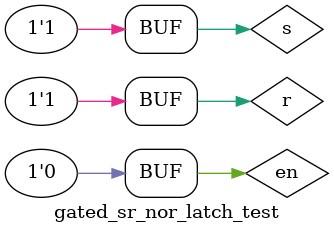
<source format=v>
module gated_sr_nor_latch_test;
	reg s, r, en;
	wire q, q_;
	
	gated_sr_nor_latch gsr1 (s, r, en, q, q_);
	initial begin

		en = 1'b1;
		s = 1'b0; r = 1'b0; #10;
		s = 1'b0; r = 1'b1; #10;
		s = 1'b1; r = 1'b0; #10;
		s = 1'b0; r = 1'b0; #10;
		s = 1'b1; r = 1'b1; #10;
		en = 1'b0;
		s = 1'b0; r = 1'b0; #10;
		s = 1'b0; r = 1'b1; #10;
		s = 1'b1; r = 1'b0; #10;
		s = 1'b0; r = 1'b0; #10;
		s = 1'b1; r = 1'b1; 
	end
endmodule

</source>
